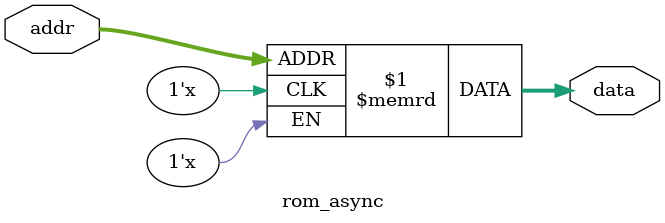
<source format=v>
`default_nettype none

module rom_async #(
    parameter WIDTH=8,
    parameter DEPTH=256,
    parameter INIT_F="",
    localparam ADDRW=$clog2(DEPTH)
    ) (
    input wire [ADDRW-1:0] addr,
    output     [WIDTH-1:0] data
    );

    reg [WIDTH-1:0] memory [DEPTH];

    initial begin
        if (INIT_F != 0) begin
            $display("Creating rom_async from init file '%s'.", INIT_F);
            $readmemh(INIT_F, memory);
        end
    end

    assign data = memory[addr];
endmodule

</source>
